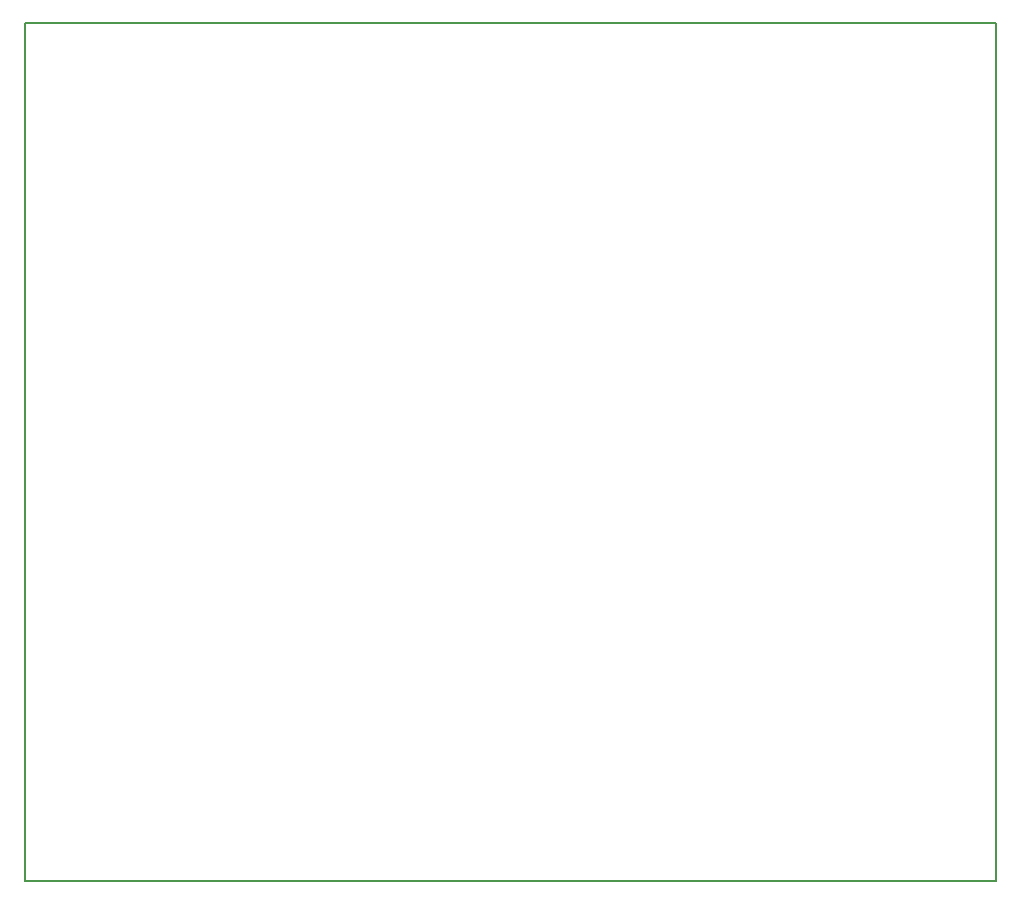
<source format=gbr>
G04 #@! TF.FileFunction,Profile,NP*
%FSLAX46Y46*%
G04 Gerber Fmt 4.6, Leading zero omitted, Abs format (unit mm)*
G04 Created by KiCad (PCBNEW 4.0.1-stable) date 2/13/2016 12:37:01 PM*
%MOMM*%
G01*
G04 APERTURE LIST*
%ADD10C,0.100000*%
%ADD11C,0.150000*%
G04 APERTURE END LIST*
D10*
D11*
X126619000Y-132334000D02*
X126619000Y-59690000D01*
X127127000Y-132334000D02*
X126619000Y-132334000D01*
X208788000Y-132334000D02*
X127127000Y-132334000D01*
X208788000Y-59690000D02*
X208788000Y-132334000D01*
X126619000Y-59690000D02*
X208788000Y-59690000D01*
M02*

</source>
